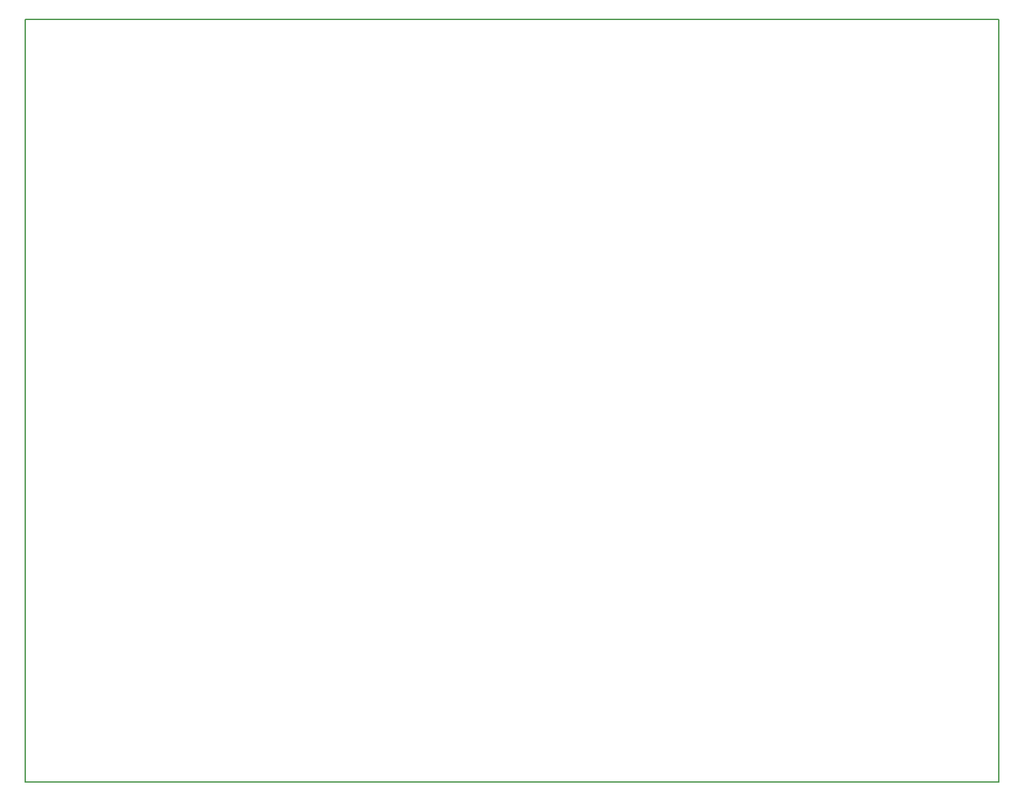
<source format=gbr>
G04 PROTEUS RS274X GERBER FILE*
%FSLAX45Y45*%
%MOMM*%
G01*
%ADD26C,0.203200*%
D26*
X+0Y+0D02*
X+12750000Y+0D01*
X+12750000Y+10000000D01*
X+0Y+10000000D01*
X+0Y+0D01*
M02*

</source>
